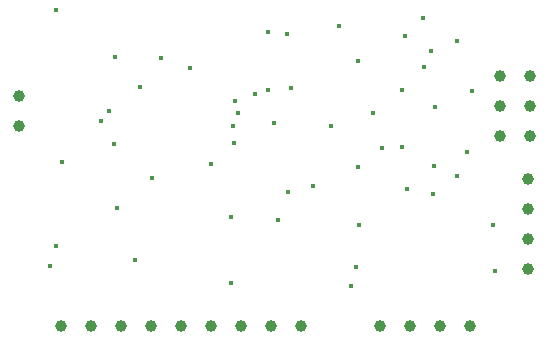
<source format=gbr>
%TF.GenerationSoftware,KiCad,Pcbnew,7.0.5*%
%TF.CreationDate,2024-03-10T11:39:18+05:30*%
%TF.ProjectId,mcu datalogger,6d637520-6461-4746-916c-6f676765722e,1*%
%TF.SameCoordinates,Original*%
%TF.FileFunction,Plated,1,4,PTH,Drill*%
%TF.FilePolarity,Positive*%
%FSLAX46Y46*%
G04 Gerber Fmt 4.6, Leading zero omitted, Abs format (unit mm)*
G04 Created by KiCad (PCBNEW 7.0.5) date 2024-03-10 11:39:18*
%MOMM*%
%LPD*%
G01*
G04 APERTURE LIST*
%TA.AperFunction,ViaDrill*%
%ADD10C,0.400000*%
%TD*%
%TA.AperFunction,ComponentDrill*%
%ADD11C,1.000000*%
%TD*%
G04 APERTURE END LIST*
D10*
X75733000Y-108118400D03*
X76215600Y-86477600D03*
X76241000Y-106391200D03*
X76723600Y-99330000D03*
X80051000Y-95875600D03*
X80711400Y-94986600D03*
X81168600Y-97806000D03*
X81219400Y-90389200D03*
X81422600Y-103216200D03*
X82921200Y-107610400D03*
X83378400Y-92980000D03*
X84394400Y-100650800D03*
X85156400Y-90465400D03*
X87594800Y-91329000D03*
X89370700Y-99446800D03*
X91021700Y-103993400D03*
X91061100Y-109560400D03*
X91201600Y-96231200D03*
X91277800Y-97679000D03*
X91430200Y-94123000D03*
X91608000Y-95189800D03*
X93093100Y-93533000D03*
X94198800Y-88306400D03*
X94224200Y-93183200D03*
X94706800Y-95977200D03*
X95011600Y-104232200D03*
X95773600Y-88484200D03*
X95900600Y-101844600D03*
X96129200Y-93030800D03*
X98008800Y-101311200D03*
X99482000Y-96256600D03*
X100218600Y-87798400D03*
X101195700Y-109814400D03*
X101641000Y-108194600D03*
X101793400Y-90744800D03*
X101818800Y-99711000D03*
X101895000Y-104638600D03*
X103100700Y-95133200D03*
X103850800Y-98161600D03*
X105527200Y-93234000D03*
X105527200Y-98034600D03*
X105806600Y-88611200D03*
X105959000Y-101590600D03*
X107279800Y-87112600D03*
X107406800Y-91278200D03*
X107965600Y-89906600D03*
X108143400Y-101997000D03*
X108270400Y-99609400D03*
X108295800Y-94681800D03*
X110175400Y-100498400D03*
X110226200Y-89093800D03*
X111013600Y-98466400D03*
X111420000Y-93310200D03*
X113198000Y-104613200D03*
X113375800Y-108524800D03*
D11*
%TO.C,BT1*%
X73103300Y-93731200D03*
X73103300Y-96271200D03*
%TO.C,J2*%
X76684700Y-113192600D03*
X79224700Y-113192600D03*
X81764700Y-113192600D03*
X84304700Y-113192600D03*
X86844700Y-113192600D03*
X89384700Y-113192600D03*
X91924700Y-113192600D03*
X94464700Y-113192600D03*
X97004700Y-113192600D03*
%TO.C,J3*%
X103710300Y-113167200D03*
X106250300Y-113167200D03*
X108790300Y-113167200D03*
X111330300Y-113167200D03*
%TO.C,J4*%
X113844900Y-92009000D03*
X113844900Y-94549000D03*
X113844900Y-97089000D03*
%TO.C,J1*%
X116232500Y-100772000D03*
X116232500Y-103312000D03*
X116232500Y-105852000D03*
X116232500Y-108392000D03*
%TO.C,J4*%
X116384900Y-92009000D03*
X116384900Y-94549000D03*
X116384900Y-97089000D03*
M02*

</source>
